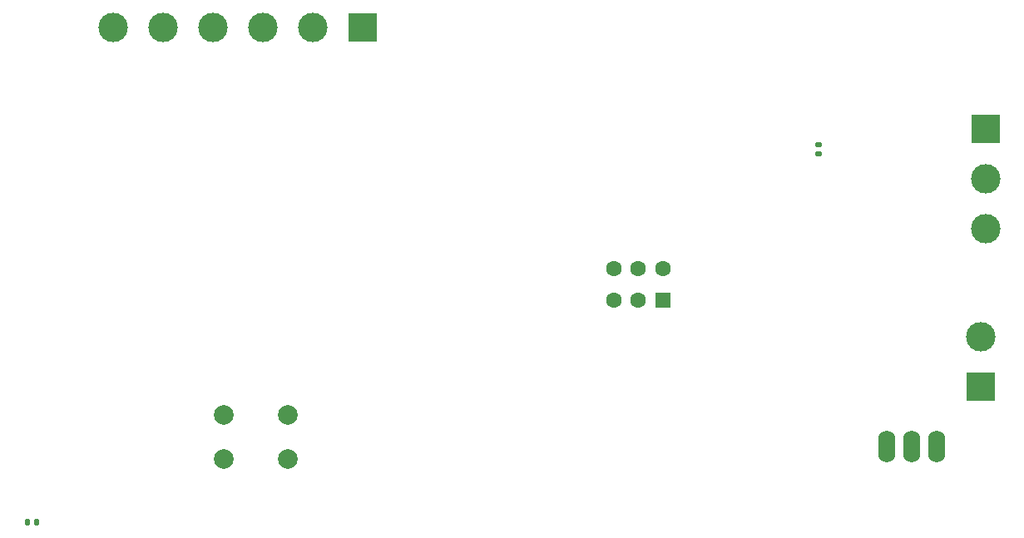
<source format=gbr>
%TF.GenerationSoftware,KiCad,Pcbnew,8.0.1*%
%TF.CreationDate,2024-06-25T09:58:30-03:00*%
%TF.ProjectId,EA075_Optisort,45413037-355f-44f7-9074-69736f72742e,rev?*%
%TF.SameCoordinates,Original*%
%TF.FileFunction,Soldermask,Bot*%
%TF.FilePolarity,Negative*%
%FSLAX46Y46*%
G04 Gerber Fmt 4.6, Leading zero omitted, Abs format (unit mm)*
G04 Created by KiCad (PCBNEW 8.0.1) date 2024-06-25 09:58:30*
%MOMM*%
%LPD*%
G01*
G04 APERTURE LIST*
G04 Aperture macros list*
%AMRoundRect*
0 Rectangle with rounded corners*
0 $1 Rounding radius*
0 $2 $3 $4 $5 $6 $7 $8 $9 X,Y pos of 4 corners*
0 Add a 4 corners polygon primitive as box body*
4,1,4,$2,$3,$4,$5,$6,$7,$8,$9,$2,$3,0*
0 Add four circle primitives for the rounded corners*
1,1,$1+$1,$2,$3*
1,1,$1+$1,$4,$5*
1,1,$1+$1,$6,$7*
1,1,$1+$1,$8,$9*
0 Add four rect primitives between the rounded corners*
20,1,$1+$1,$2,$3,$4,$5,0*
20,1,$1+$1,$4,$5,$6,$7,0*
20,1,$1+$1,$6,$7,$8,$9,0*
20,1,$1+$1,$8,$9,$2,$3,0*%
G04 Aperture macros list end*
%ADD10C,2.000000*%
%ADD11R,3.000000X3.000000*%
%ADD12C,3.000000*%
%ADD13R,1.600000X1.600000*%
%ADD14C,1.600000*%
%ADD15O,1.728000X3.252000*%
%ADD16RoundRect,0.140000X-0.140000X-0.170000X0.140000X-0.170000X0.140000X0.170000X-0.140000X0.170000X0*%
%ADD17RoundRect,0.140000X-0.170000X0.140000X-0.170000X-0.140000X0.170000X-0.140000X0.170000X0.140000X0*%
G04 APERTURE END LIST*
D10*
%TO.C,SW2*%
X90400000Y-83900000D03*
X96900000Y-83900000D03*
X90400000Y-88400000D03*
X96900000Y-88400000D03*
%TD*%
D11*
%TO.C,J8*%
X104580000Y-44400000D03*
D12*
X99500000Y-44400000D03*
X94420000Y-44400000D03*
X89340000Y-44400000D03*
X84260000Y-44400000D03*
X79180000Y-44400000D03*
%TD*%
D13*
%TO.C,SW1*%
X135100000Y-72200000D03*
D14*
X132600000Y-72200000D03*
X130100000Y-72200000D03*
X135100000Y-69000000D03*
X132600000Y-69000000D03*
X130100000Y-69000000D03*
%TD*%
D15*
%TO.C,Q1*%
X163000000Y-87100000D03*
X160460000Y-87100000D03*
X157920000Y-87100000D03*
%TD*%
D12*
%TO.C,J5*%
X167500000Y-75900000D03*
D11*
X167500000Y-80980000D03*
%TD*%
%TO.C,J1*%
X167925000Y-54800000D03*
D12*
X167925000Y-59880000D03*
X167925000Y-64960000D03*
%TD*%
D16*
%TO.C,C2*%
X70400000Y-94800000D03*
X71360000Y-94800000D03*
%TD*%
D17*
%TO.C,C1*%
X150950000Y-56370000D03*
X150950000Y-57330000D03*
%TD*%
M02*

</source>
